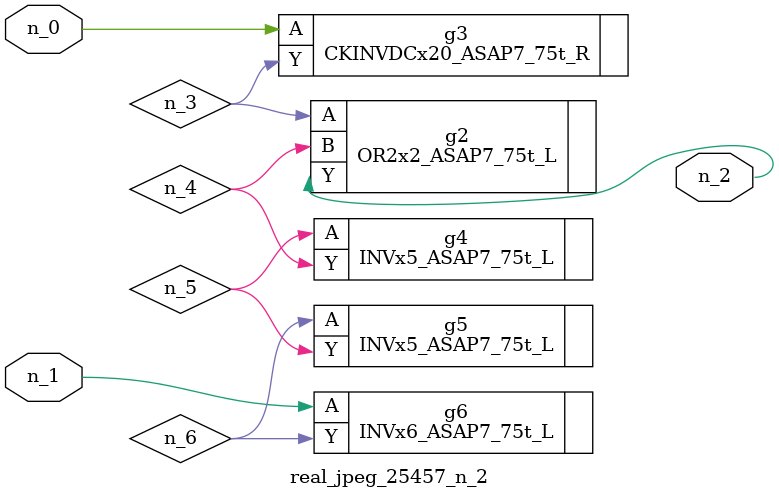
<source format=v>
module real_jpeg_25457_n_2 (n_1, n_0, n_2);

input n_1;
input n_0;

output n_2;

wire n_5;
wire n_4;
wire n_6;
wire n_3;

CKINVDCx20_ASAP7_75t_R g3 ( 
.A(n_0),
.Y(n_3)
);

INVx6_ASAP7_75t_L g6 ( 
.A(n_1),
.Y(n_6)
);

OR2x2_ASAP7_75t_L g2 ( 
.A(n_3),
.B(n_4),
.Y(n_2)
);

INVx5_ASAP7_75t_L g4 ( 
.A(n_5),
.Y(n_4)
);

INVx5_ASAP7_75t_L g5 ( 
.A(n_6),
.Y(n_5)
);


endmodule
</source>
